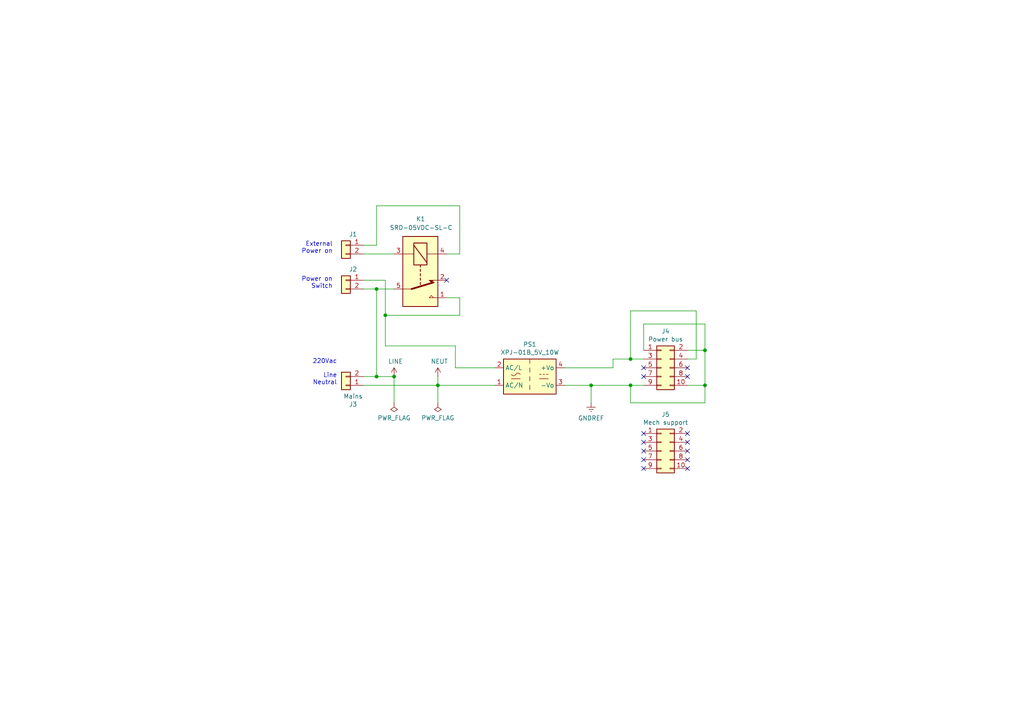
<source format=kicad_sch>
(kicad_sch (version 20211123) (generator eeschema)
  (paper "A4")
  (lib_symbols
    (symbol "Connector_Generic:Conn_01x02" (pin_names (offset 1.016) hide)
      (property "Reference" "J" (at 0 2.54 0))
      (property "Value" "Conn_01x02" (at 0 -5.08 0))
      (symbol "Conn_01x02_1_1"
        (rectangle (start -1.27 -2.413) (end 0 -2.667) (stroke (width 0.1524)))
        (rectangle (start -1.27 0.127) (end 0 -0.127) (stroke (width 0.1524)))
        (rectangle (start -1.27 1.27) (end 1.27 -3.81) (stroke (width 0.254)) (fill (type background)))
        (pin passive line (at -5.08 0 0) (length 3.81) (name "Pin_1") (number "1"))
        (pin passive line (at -5.08 -2.54 0) (length 3.81) (name "Pin_2") (number "2"))
      )
    )
    (symbol "Connector_Generic:Conn_02x05_Odd_Even" (pin_names (offset 1.016) hide)
      (property "Reference" "J" (at 1.27 7.62 0))
      (property "Value" "Conn_02x05_Odd_Even" (at 1.27 -7.62 0))
      (symbol "Conn_02x05_Odd_Even_1_1"
        (rectangle (start -1.27 -4.953) (end 0 -5.207) (stroke (width 0.1524)))
        (rectangle (start -1.27 -2.413) (end 0 -2.667) (stroke (width 0.1524)))
        (rectangle (start -1.27 0.127) (end 0 -0.127) (stroke (width 0.1524)))
        (rectangle (start -1.27 2.667) (end 0 2.413) (stroke (width 0.1524)))
        (rectangle (start -1.27 5.207) (end 0 4.953) (stroke (width 0.1524)))
        (rectangle (start -1.27 6.35) (end 3.81 -6.35) (stroke (width 0.254)) (fill (type background)))
        (rectangle (start 3.81 -4.953) (end 2.54 -5.207) (stroke (width 0.1524)))
        (rectangle (start 3.81 -2.413) (end 2.54 -2.667) (stroke (width 0.1524)))
        (rectangle (start 3.81 0.127) (end 2.54 -0.127) (stroke (width 0.1524)))
        (rectangle (start 3.81 2.667) (end 2.54 2.413) (stroke (width 0.1524)))
        (rectangle (start 3.81 5.207) (end 2.54 4.953) (stroke (width 0.1524)))
        (pin passive line (at -5.08 5.08 0) (length 3.81) (name "Pin_1") (number "1"))
        (pin passive line (at 7.62 -5.08 180) (length 3.81) (name "Pin_10") (number "10"))
        (pin passive line (at 7.62 5.08 180) (length 3.81) (name "Pin_2") (number "2"))
        (pin passive line (at -5.08 2.54 0) (length 3.81) (name "Pin_3") (number "3"))
        (pin passive line (at 7.62 2.54 180) (length 3.81) (name "Pin_4") (number "4"))
        (pin passive line (at -5.08 0 0) (length 3.81) (name "Pin_5") (number "5"))
        (pin passive line (at 7.62 0 180) (length 3.81) (name "Pin_6") (number "6"))
        (pin passive line (at -5.08 -2.54 0) (length 3.81) (name "Pin_7") (number "7"))
        (pin passive line (at 7.62 -2.54 180) (length 3.81) (name "Pin_8") (number "8"))
        (pin passive line (at -5.08 -5.08 0) (length 3.81) (name "Pin_9") (number "9"))
      )
    )
    (symbol "Converter_ACDC:IRM-10-5"
      (property "Reference" "PS" (at 0 6.35 0))
      (property "Value" "IRM-10-5" (at 0 -6.35 0))
      (symbol "IRM-10-5_0_1"
        (rectangle (start -7.62 5.08) (end 7.62 -5.08) (stroke (width 0.254)) (fill (type background)))
        (arc (start -5.334 0.635) (mid -4.699 0.2495) (end -4.064 0.635))
        (arc (start -2.794 0.635) (mid -3.429 1.0072) (end -4.064 0.635))
        (polyline (pts (xy -5.334 -0.635) (xy -2.794 -0.635)))
        (polyline (pts (xy 0 -2.54) (xy 0 -3.81)))
        (polyline (pts (xy 0 0) (xy 0 -1.27)))
        (polyline (pts (xy 0 2.54) (xy 0 1.27)))
        (polyline (pts (xy 0 5.08) (xy 0 3.81)))
        (polyline (pts (xy 2.794 -0.635) (xy 5.334 -0.635)))
        (polyline (pts (xy 2.794 0.635) (xy 3.302 0.635)))
        (polyline (pts (xy 3.81 0.635) (xy 4.318 0.635)))
        (polyline (pts (xy 4.826 0.635) (xy 5.334 0.635)))
      )
      (symbol "IRM-10-5_1_1"
        (pin power_in line (at -10.16 -2.54 0) (length 2.54) (name "AC/N") (number "1"))
        (pin power_in line (at -10.16 2.54 0) (length 2.54) (name "AC/L") (number "2"))
        (pin power_out line (at 10.16 -2.54 180) (length 2.54) (name "-Vo") (number "3"))
        (pin power_out line (at 10.16 2.54 180) (length 2.54) (name "+Vo") (number "4"))
      )
    )
    (symbol "Relay:Y14x-1C-xxDS"
      (property "Reference" "K" (at 11.43 3.81 0))
      (property "Value" "Y14x-1C-xxDS" (at 11.43 1.27 0))
      (symbol "Y14x-1C-xxDS_0_0"
        (polyline (pts (xy 7.62 5.08) (xy 7.62 2.54) (xy 6.985 3.175) (xy 7.62 3.81)))
      )
      (symbol "Y14x-1C-xxDS_0_1"
        (rectangle (start -10.16 5.08) (end 10.16 -5.08) (stroke (width 0.254)) (fill (type background)))
        (rectangle (start -8.255 1.905) (end -1.905 -1.905) (stroke (width 0.254)))
        (polyline (pts (xy -7.62 -1.905) (xy -2.54 1.905)) (stroke (width 0.254)))
        (polyline (pts (xy -5.08 -5.08) (xy -5.08 -1.905)))
        (polyline (pts (xy -5.08 5.08) (xy -5.08 1.905)))
        (polyline (pts (xy -1.905 0) (xy -1.27 0)) (stroke (width 0.254)))
        (polyline (pts (xy -0.635 0) (xy 0 0)) (stroke (width 0.254)))
        (polyline (pts (xy 0.635 0) (xy 1.27 0)) (stroke (width 0.254)))
        (polyline (pts (xy 1.905 0) (xy 2.54 0)) (stroke (width 0.254)))
        (polyline (pts (xy 3.175 0) (xy 3.81 0)) (stroke (width 0.254)))
        (polyline (pts (xy 5.08 -2.54) (xy 3.175 3.81)) (stroke (width 0.508)))
        (polyline (pts (xy 5.08 -2.54) (xy 5.08 -5.08)))
        (polyline (pts (xy 2.54 5.08) (xy 2.54 2.54) (xy 3.175 3.175) (xy 2.54 3.81)) (fill (type outline)))
      )
      (symbol "Y14x-1C-xxDS_1_1"
        (pin passive line (at 7.62 7.62 270) (length 2.54) (name "~") (number "1"))
        (pin passive line (at 2.54 7.62 270) (length 2.54) (name "~") (number "2"))
        (pin passive line (at -5.08 -7.62 90) (length 2.54) (name "~") (number "3"))
        (pin passive line (at -5.08 7.62 270) (length 2.54) (name "~") (number "4"))
        (pin passive line (at 5.08 -7.62 90) (length 2.54) (name "~") (number "5"))
        (pin passive line (at 5.08 -7.62 90) (length 2.54) hide (name "~") (number "6"))
      )
    )
    (symbol "power:GNDREF" (power) (pin_names (offset 0))
      (property "Value" "GNDREF" (at 0 -3.81 0))
      (symbol "GNDREF_0_1"
        (polyline (pts (xy -0.635 -1.905) (xy 0.635 -1.905)))
        (polyline (pts (xy -0.127 -2.54) (xy 0.127 -2.54)))
        (polyline (pts (xy 0 -1.27) (xy 0 0)))
        (polyline (pts (xy 1.27 -1.27) (xy -1.27 -1.27)))
      )
      (symbol "GNDREF_1_1"
        (pin power_in line (at 0 0 270) (length 0) hide (name "GNDREF") (number "1"))
      )
    )
    (symbol "power:LINE" (power) (pin_names (offset 0))
      (property "Value" "LINE" (at 0 3.81 0))
      (symbol "LINE_0_1"
        (polyline (pts (xy -0.762 1.27) (xy 0 2.54)))
        (polyline (pts (xy 0 0) (xy 0 2.54)))
        (polyline (pts (xy 0 2.54) (xy 0.762 1.27)))
      )
      (symbol "LINE_1_1"
        (pin power_in line (at 0 0 90) (length 0) hide (name "LINE") (number "1"))
      )
    )
    (symbol "power:NEUT" (power) (pin_names (offset 0))
      (property "Value" "NEUT" (at 0 3.81 0))
      (symbol "NEUT_0_1"
        (polyline (pts (xy -0.762 1.27) (xy 0 2.54)))
        (polyline (pts (xy 0 0) (xy 0 2.54)))
        (polyline (pts (xy 0 2.54) (xy 0.762 1.27)))
      )
      (symbol "NEUT_1_1"
        (pin power_in line (at 0 0 90) (length 0) hide (name "NEUT") (number "1"))
      )
    )
    (symbol "power:PWR_FLAG" (power) (pin_numbers hide) (pin_names (offset 0) hide)
      (property "Value" "PWR_FLAG" (at 0 3.81 0))
      (symbol "PWR_FLAG_0_0"
        (pin power_out line (at 0 0 90) (length 0) (name "pwr") (number "1"))
      )
      (symbol "PWR_FLAG_0_1"
        (polyline (pts (xy 0 0) (xy 0 1.27) (xy -1.016 1.905) (xy 0 2.54) (xy 1.016 1.905) (xy 0 1.27)))
      )
    )
  )
  (junction (at 114.3 109.22))
  (junction (at 182.88 111.76))
  (junction (at 109.22 109.22))
  (junction (at 111.76 91.44))
  (junction (at 204.47 101.6))
  (junction (at 182.88 104.14))
  (junction (at 171.45 111.76))
  (junction (at 204.47 111.76))
  (junction (at 109.22 83.82))
  (junction (at 127 111.76))
  (no_connect (at 186.69 130.81))
  (no_connect (at 199.39 135.89))
  (no_connect (at 199.39 133.35))
  (no_connect (at 199.39 109.22))
  (no_connect (at 186.69 133.35))
  (no_connect (at 129.54 81.28))
  (no_connect (at 199.39 106.68))
  (no_connect (at 186.69 128.27))
  (no_connect (at 186.69 125.73))
  (no_connect (at 199.39 125.73))
  (no_connect (at 199.39 128.27))
  (no_connect (at 186.69 109.22))
  (no_connect (at 199.39 130.81))
  (no_connect (at 186.69 135.89))
  (no_connect (at 186.69 106.68))
  (wire (pts (xy 127 111.76) (xy 127 116.84)))
  (wire (pts (xy 199.39 101.6) (xy 204.47 101.6)))
  (wire (pts (xy 105.41 111.76) (xy 127 111.76)))
  (wire (pts (xy 186.69 93.98) (xy 204.47 93.98)))
  (wire (pts (xy 109.22 83.82) (xy 109.22 109.22)))
  (wire (pts (xy 171.45 111.76) (xy 171.45 116.84)))
  (wire (pts (xy 182.88 116.84) (xy 204.47 116.84)))
  (wire (pts (xy 143.51 106.68) (xy 132.08 106.68)))
  (wire (pts (xy 132.08 100.33) (xy 132.08 106.68)))
  (wire (pts (xy 182.88 104.14) (xy 177.8 104.14)))
  (wire (pts (xy 133.35 86.36) (xy 133.35 91.44)))
  (wire (pts (xy 204.47 116.84) (xy 204.47 111.76)))
  (wire (pts (xy 105.41 71.12) (xy 109.22 71.12)))
  (wire (pts (xy 105.41 83.82) (xy 109.22 83.82)))
  (wire (pts (xy 133.35 59.69) (xy 133.35 73.66)))
  (wire (pts (xy 199.39 104.14) (xy 201.93 104.14)))
  (wire (pts (xy 182.88 104.14) (xy 182.88 90.17)))
  (wire (pts (xy 111.76 91.44) (xy 111.76 100.33)))
  (wire (pts (xy 109.22 109.22) (xy 105.41 109.22)))
  (wire (pts (xy 114.3 109.22) (xy 109.22 109.22)))
  (wire (pts (xy 109.22 71.12) (xy 109.22 59.69)))
  (wire (pts (xy 204.47 93.98) (xy 204.47 101.6)))
  (wire (pts (xy 111.76 100.33) (xy 132.08 100.33)))
  (wire (pts (xy 127 111.76) (xy 143.51 111.76)))
  (wire (pts (xy 111.76 81.28) (xy 111.76 91.44)))
  (wire (pts (xy 186.69 101.6) (xy 186.69 93.98)))
  (wire (pts (xy 186.69 104.14) (xy 182.88 104.14)))
  (wire (pts (xy 109.22 83.82) (xy 114.3 83.82)))
  (wire (pts (xy 163.83 111.76) (xy 171.45 111.76)))
  (wire (pts (xy 204.47 101.6) (xy 204.47 111.76)))
  (wire (pts (xy 204.47 111.76) (xy 199.39 111.76)))
  (wire (pts (xy 201.93 90.17) (xy 182.88 90.17)))
  (wire (pts (xy 127 109.22) (xy 127 111.76)))
  (wire (pts (xy 105.41 73.66) (xy 114.3 73.66)))
  (wire (pts (xy 177.8 104.14) (xy 177.8 106.68)))
  (wire (pts (xy 171.45 111.76) (xy 182.88 111.76)))
  (wire (pts (xy 182.88 111.76) (xy 182.88 116.84)))
  (wire (pts (xy 182.88 111.76) (xy 186.69 111.76)))
  (wire (pts (xy 201.93 104.14) (xy 201.93 90.17)))
  (wire (pts (xy 109.22 59.69) (xy 133.35 59.69)))
  (wire (pts (xy 133.35 91.44) (xy 111.76 91.44)))
  (wire (pts (xy 177.8 106.68) (xy 163.83 106.68)))
  (wire (pts (xy 129.54 86.36) (xy 133.35 86.36)))
  (wire (pts (xy 133.35 73.66) (xy 129.54 73.66)))
  (wire (pts (xy 105.41 81.28) (xy 111.76 81.28)))
  (wire (pts (xy 114.3 116.84) (xy 114.3 109.22)))
  (text "External\nPower on" (at 96.52 73.66 180) (effects (font (size 1.27 1.27)) (justify right bottom)))
  (text "Power on\nSwitch" (at 96.52 83.82 180) (effects (font (size 1.27 1.27)) (justify right bottom)))
  (text "220Vac\n\nLine\nNeutral" (at 97.79 111.76 180) (effects (font (size 1.27 1.27)) (justify right bottom)))
  (symbol (lib_id "Relay:Y14x-1C-xxDS") (at 121.92 78.74 270) (unit 1)
    (property "Reference" "K1" (at 120.65 63.5 90) (effects (justify left)))
    (property "Value" "SRD-05VDC-SL-C" (at 113.03 66.04 90) (effects (justify left)))
    (property "Footprint" "MyStuff:Relay_SPDT_Songel-15x19mm" (effects hide))
    (property "Datasheet" "http://www.hsinda.com.cn/en/imgdown.asp?FileName=UploadFiles/201431310240386.pdf" (effects hide))
  )
  (symbol (lib_id "Connector_Generic:Conn_02x05_Odd_Even") (at 191.77 106.68 0) (unit 1)
    (property "Reference" "J4" (at 193.04 96.0882 0))
    (property "Value" "Power bus" (at 193.04 98.3996 0))
    (property "Footprint" "Connector_PinHeader_2.54mm:PinHeader_2x05_P2.54mm_Vertical" (effects hide))
  )
  (symbol (lib_id "Connector_Generic:Conn_01x02") (at 100.33 71.12 0) (mirror y) (unit 1)
    (property "Reference" "J1" (at 102.4128 67.945 0))
    (property "Value" "Ext power on" (effects hide))
    (property "Footprint" "Connector_PinHeader_2.54mm:PinHeader_1x02_P2.54mm_Vertical" (effects hide))
  )
  (symbol (lib_id "Connector_Generic:Conn_01x02") (at 100.33 81.28 0) (mirror y) (unit 1)
    (property "Reference" "J2" (at 102.4128 78.105 0))
    (property "Value" "Power switch" (effects hide))
    (property "Footprint" "Connector_PinHeader_2.54mm:PinHeader_1x02_P2.54mm_Vertical" (effects hide))
  )
  (symbol (lib_id "power:NEUT") (at 127 109.22 0) (unit 1)
    (property "Reference" "#PWR0101" (effects hide))
    (property "Value" "NEUT" (at 127.4318 104.8258 0))
  )
  (symbol (lib_id "power:LINE") (at 114.3 109.22 0) (unit 1)
    (property "Reference" "#PWR0102" (effects hide))
    (property "Value" "LINE" (at 114.7318 104.8258 0))
  )
  (symbol (lib_id "power:PWR_FLAG") (at 114.3 116.84 0) (mirror x) (unit 1)
    (property "Reference" "#FLG0101" (effects hide))
    (property "Value" "PWR_FLAG" (at 114.3 121.2342 0))
  )
  (symbol (lib_id "power:PWR_FLAG") (at 127 116.84 0) (mirror x) (unit 1)
    (property "Reference" "#FLG0102" (effects hide))
    (property "Value" "PWR_FLAG" (at 127 121.2342 0))
  )
  (symbol (lib_id "Converter_ACDC:IRM-10-5") (at 153.67 109.22 0) (unit 1)
    (property "Reference" "PS1" (at 153.67 99.8982 0))
    (property "Value" "XPJ-01B_5V_10W" (at 153.67 102.2096 0))
    (property "Footprint" "MyStuff:Converter_ACDC_5V_10W_XPJ-01B" (effects hide))
    (property "Datasheet" "https://www.meanwell.com/Upload/PDF/IRM-10/IRM-10-SPEC.PDF" (effects hide))
  )
  (symbol (lib_id "Connector_Generic:Conn_02x05_Odd_Even") (at 191.77 130.81 0) (unit 1)
    (property "Reference" "J5" (at 193.04 120.2182 0))
    (property "Value" "Mech support" (at 193.04 122.5296 0))
    (property "Footprint" "Connector_PinHeader_2.54mm:PinHeader_2x05_P2.54mm_Vertical" (effects hide))
  )
  (symbol (lib_id "Connector_Generic:Conn_01x02") (at 100.33 111.76 180) (unit 1)
    (property "Reference" "J3" (at 102.4128 117.2718 0))
    (property "Value" "Mains" (at 102.4128 114.9604 0))
    (property "Footprint" "MyStuff:IEC60320_2pin" (effects hide))
  )
  (symbol (lib_id "power:GNDREF") (at 171.45 116.84 0) (unit 1)
    (property "Reference" "#PWR?" (effects hide))
    (property "Value" "GNDREF" (at 171.45 121.2834 0))
  )
)
</source>
